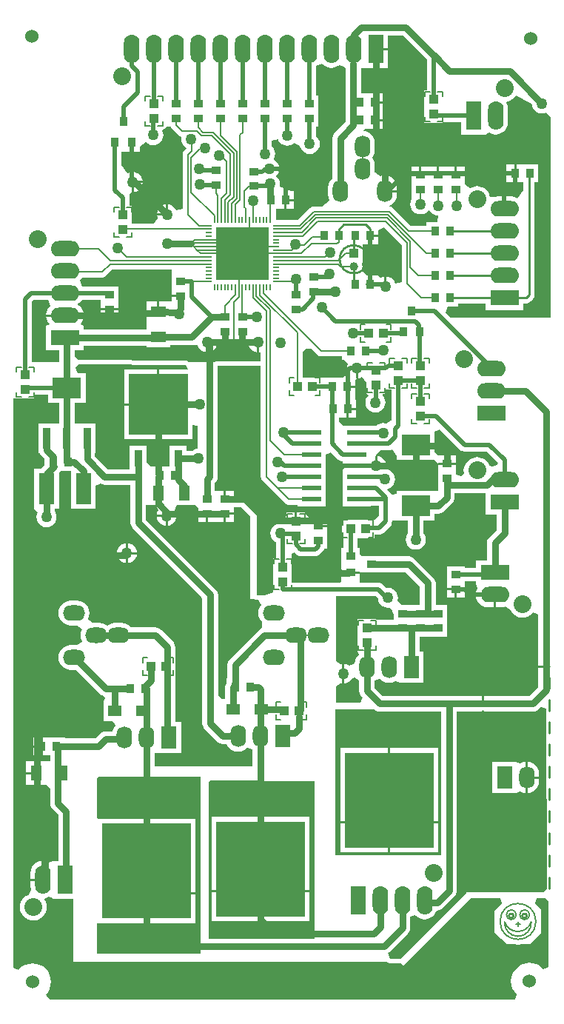
<source format=gtl>
%FSLAX24Y24*%
%MOIN*%
G70*
G01*
G75*
G04 Layer_Physical_Order=1*
G04 Layer_Color=255*
%ADD10C,0.0060*%
%ADD11C,0.0100*%
%ADD12R,0.0374X0.0394*%
%ADD13R,0.0394X0.0374*%
%ADD14R,0.0870X0.0240*%
%ADD15R,0.2677X0.2717*%
%ADD16R,0.0374X0.0748*%
%ADD17R,0.0374X0.0945*%
%ADD18R,0.1299X0.0945*%
%ADD19R,0.0430X0.0390*%
%ADD20R,0.0492X0.0669*%
%ADD21R,0.0709X0.1417*%
%ADD22R,0.0620X0.0500*%
%ADD23R,0.0390X0.0430*%
%ADD24R,0.0354X0.0433*%
%ADD25R,0.1299X0.0945*%
%ADD26R,0.0433X0.0354*%
%ADD27R,0.0787X0.0787*%
%ADD28R,0.0787X0.0787*%
%ADD29O,0.0079X0.0295*%
%ADD30O,0.0295X0.0079*%
%ADD31R,0.0669X0.0492*%
%ADD32C,0.0080*%
%ADD33C,0.0200*%
%ADD34C,0.0300*%
%ADD35C,0.0050*%
%ADD36C,0.0039*%
%ADD37C,0.0600*%
%ADD38O,0.1000X0.0700*%
%ADD39R,0.4000X0.4300*%
%ADD40O,0.0700X0.1000*%
%ADD41R,0.0700X0.1000*%
%ADD42O,0.0700X0.1000*%
%ADD43R,0.0700X0.1000*%
%ADD44R,0.0700X0.1300*%
%ADD45O,0.0700X0.1300*%
%ADD46C,0.0800*%
%ADD47O,0.1300X0.0700*%
%ADD48R,0.1300X0.0700*%
%ADD49R,0.0394X0.0394*%
%ADD50C,0.0394*%
%ADD51C,0.0500*%
%ADD52C,0.0260*%
G36*
X-21160Y23459D02*
X-20663D01*
Y22521D01*
X-20697Y22521D01*
D01*
X-20829D01*
Y22521D01*
X-21603D01*
Y21176D01*
X-21532D01*
X-21521Y21149D01*
X-21465Y21076D01*
X-21312Y20923D01*
Y20667D01*
X-21476Y20503D01*
X-21480Y20499D01*
X-21781D01*
Y18681D01*
X-21781D01*
X-21623Y18537D01*
Y18537D01*
D01*
X-21668Y18427D01*
X-21684Y18310D01*
X-21668Y18193D01*
X-21623Y18083D01*
X-21551Y17989D01*
X-21457Y17917D01*
X-21347Y17872D01*
X-21230Y17856D01*
X-21113Y17872D01*
X-21003Y17917D01*
X-20909Y17989D01*
X-20837Y18083D01*
X-20792Y18193D01*
X-20776Y18310D01*
X-20792Y18427D01*
X-20837Y18537D01*
X-20874Y18585D01*
Y18681D01*
X-20672D01*
Y20308D01*
X-20650Y20330D01*
X-20602Y20393D01*
X-20128D01*
Y18681D01*
X-19019D01*
Y19710D01*
X-18795Y19821D01*
X-18787Y19814D01*
X-18701Y19779D01*
X-18610Y19767D01*
X-17453D01*
Y18060D01*
X-17441Y17969D01*
X-17406Y17883D01*
X-17350Y17810D01*
X-14213Y14674D01*
Y9020D01*
X-14201Y8929D01*
X-14166Y8843D01*
X-14110Y8770D01*
X-13550Y8210D01*
X-13477Y8154D01*
X-13391Y8119D01*
X-13300Y8107D01*
X-13300Y8107D01*
X-13111D01*
X-13080Y8033D01*
X-12992Y7918D01*
X-12877Y7830D01*
X-12744Y7774D01*
X-12600Y7755D01*
X-12456Y7774D01*
X-12323Y7830D01*
X-12208Y7918D01*
X-12190Y7941D01*
X-11953Y7861D01*
Y7100D01*
X-16367D01*
Y7690D01*
X-16270D01*
Y7690D01*
X-15170D01*
Y9090D01*
X-15437D01*
Y12470D01*
X-15449Y12561D01*
X-15484Y12647D01*
X-15540Y12720D01*
X-16060Y13240D01*
X-16133Y13296D01*
X-16219Y13331D01*
X-16310Y13343D01*
X-17428D01*
X-17458Y13382D01*
X-17573Y13470D01*
X-17706Y13526D01*
X-17850Y13545D01*
X-18150D01*
X-18294Y13526D01*
X-18427Y13470D01*
X-18500Y13415D01*
X-18573Y13470D01*
X-18706Y13526D01*
X-18850Y13545D01*
X-19150D01*
X-19151Y13545D01*
X-19304Y13662D01*
X-19360Y13735D01*
X-19314Y13846D01*
X-19295Y13990D01*
X-19314Y14134D01*
X-19370Y14267D01*
X-19458Y14382D01*
X-19573Y14470D01*
X-19706Y14526D01*
X-19850Y14545D01*
X-20150D01*
X-20294Y14526D01*
X-20427Y14470D01*
X-20542Y14382D01*
X-20630Y14267D01*
X-20686Y14134D01*
X-20705Y13990D01*
X-20686Y13846D01*
X-20630Y13713D01*
X-20542Y13598D01*
X-20427Y13510D01*
X-20294Y13454D01*
X-20150Y13435D01*
X-19850D01*
X-19849Y13435D01*
X-19696Y13318D01*
X-19640Y13245D01*
X-19686Y13134D01*
X-19705Y12990D01*
X-19686Y12846D01*
X-19640Y12735D01*
X-19696Y12662D01*
X-19849Y12545D01*
X-19850Y12545D01*
X-20150D01*
X-20294Y12526D01*
X-20427Y12470D01*
X-20542Y12382D01*
X-20630Y12267D01*
X-20686Y12134D01*
X-20705Y11990D01*
X-20686Y11846D01*
X-20630Y11713D01*
X-20542Y11598D01*
X-20427Y11510D01*
X-20294Y11454D01*
X-20150Y11435D01*
X-19905D01*
X-18810Y10340D01*
X-18737Y10284D01*
X-18737D01*
X-18651Y10249D01*
D01*
X-18602Y10155D01*
X-18660Y10040D01*
X-18660D01*
Y9140D01*
X-18272D01*
X-18170Y9008D01*
X-18125Y8916D01*
X-18200Y8817D01*
X-18256Y8684D01*
X-18259Y8663D01*
X-18560D01*
X-18651Y8651D01*
X-18737Y8616D01*
X-18810Y8560D01*
X-19026Y8343D01*
X-20408D01*
Y8387D01*
X-21395D01*
Y7990D01*
Y7593D01*
X-21073D01*
Y7325D01*
X-21255D01*
Y7325D01*
X-21651D01*
Y6790D01*
Y6255D01*
X-21255D01*
Y6255D01*
X-21250D01*
X-21073Y6079D01*
Y5440D01*
X-21061Y5349D01*
X-21026Y5263D01*
X-20970Y5190D01*
X-20703Y4924D01*
Y2840D01*
X-20950Y2840D01*
Y2840D01*
X-20950D01*
X-20958Y2818D01*
X-21123Y2770D01*
X-21256Y2826D01*
X-21350Y2838D01*
Y1990D01*
X-21400D01*
Y1940D01*
X-21955D01*
Y1690D01*
X-21936Y1546D01*
X-21932Y1537D01*
X-22039Y1311D01*
X-22051Y1307D01*
X-22155Y1251D01*
X-22246Y1176D01*
X-22321Y1085D01*
X-22377Y981D01*
X-22411Y868D01*
X-22423Y750D01*
X-22411Y632D01*
X-22377Y519D01*
X-22321Y415D01*
X-22246Y324D01*
X-22155Y249D01*
X-22051Y193D01*
X-21938Y159D01*
X-21820Y147D01*
X-21702Y159D01*
X-21589Y193D01*
X-21485Y249D01*
X-21394Y324D01*
X-21319Y415D01*
X-21263Y519D01*
X-21229Y632D01*
X-21217Y750D01*
X-21229Y868D01*
X-21263Y981D01*
X-21319Y1085D01*
X-21293Y1149D01*
X-21256Y1154D01*
X-21123Y1210D01*
X-20958Y1162D01*
X-20950Y1140D01*
Y1140D01*
X-20020D01*
Y-1710D01*
X-5902D01*
X-5844Y-1748D01*
X-5766Y-1764D01*
X-5260D01*
X-5257Y-1763D01*
X-5150Y-1870D01*
X-2120Y1160D01*
X-807D01*
X-711Y929D01*
X-1050Y590D01*
Y-410D01*
X-500Y-910D01*
X-194D01*
X-163Y-917D01*
X0Y-930D01*
X163Y-917D01*
X194Y-910D01*
X550D01*
X1050Y-410D01*
Y640D01*
X761Y929D01*
X857Y1160D01*
X1240D01*
X1370Y1030D01*
Y-1944D01*
X1135Y-2028D01*
X1106Y-1994D01*
X981Y-1891D01*
X837Y-1814D01*
X682Y-1767D01*
X520Y-1751D01*
X358Y-1767D01*
X203Y-1814D01*
X59Y-1891D01*
X-66Y-1994D01*
X-169Y-2119D01*
X-246Y-2263D01*
X-293Y-2418D01*
X-309Y-2580D01*
X-293Y-2742D01*
X-246Y-2897D01*
X-169Y-3041D01*
X-66Y-3166D01*
X-56Y-3175D01*
X-140Y-3410D01*
X-21098D01*
X-21237Y-3242D01*
X-21264Y-3184D01*
X-21171Y-3071D01*
X-21094Y-2927D01*
X-21047Y-2772D01*
X-21031Y-2610D01*
X-21047Y-2448D01*
X-21094Y-2293D01*
X-21171Y-2149D01*
X-21274Y-2024D01*
X-21399Y-1921D01*
X-21543Y-1844D01*
X-21698Y-1797D01*
X-21860Y-1781D01*
X-22022Y-1797D01*
X-22177Y-1844D01*
X-22321Y-1921D01*
X-22446Y-2024D01*
X-22485Y-2071D01*
X-22720Y-1986D01*
Y23655D01*
X-22615D01*
Y23655D01*
X-21785D01*
Y23829D01*
X-21160D01*
Y23459D01*
D02*
G37*
G36*
X-14959Y25161D02*
X-14872Y24948D01*
X-16150D01*
Y23390D01*
Y21832D01*
X-14661D01*
Y22459D01*
X-14655Y22474D01*
X-14410Y22425D01*
Y21400D01*
X-14497Y21388D01*
X-14607Y21343D01*
X-14659Y21303D01*
X-14915D01*
Y21523D01*
X-15689D01*
Y20587D01*
X-16075D01*
Y20190D01*
X-16175D01*
Y20587D01*
X-16512D01*
Y20587D01*
X-16534D01*
X-16711Y20764D01*
Y21523D01*
X-17485D01*
Y20473D01*
X-18464D01*
X-19051Y21061D01*
Y21176D01*
X-19017D01*
Y22521D01*
X-19791D01*
D01*
D01*
X-19791Y22521D01*
X-19923D01*
D01*
X-19957Y22521D01*
Y23459D01*
X-19460D01*
Y24804D01*
X-19835D01*
X-19931Y25035D01*
X-19780Y25185D01*
X-14959Y25161D01*
D02*
G37*
G36*
X-2614Y21356D02*
X-2614Y21356D01*
X-2578Y21329D01*
X-2551Y21308D01*
X-2478Y21278D01*
X-2400Y21267D01*
X-1405D01*
X-908Y20770D01*
X-940Y20675D01*
X-1170Y20577D01*
X-1279Y20629D01*
X-1283Y20641D01*
X-1339Y20745D01*
X-1414Y20836D01*
X-1505Y20911D01*
X-1609Y20967D01*
X-1722Y21001D01*
X-1840Y21013D01*
X-1958Y21001D01*
X-2071Y20967D01*
X-2175Y20911D01*
X-2266Y20836D01*
X-2341Y20745D01*
X-2397Y20641D01*
X-2431Y20528D01*
X-2443Y20410D01*
X-2432Y20298D01*
X-2570Y20146D01*
X-2803Y20236D01*
Y20328D01*
Y20665D01*
X-3597D01*
Y20328D01*
Y19678D01*
X-3597D01*
Y19494D01*
X-3750D01*
Y19494D01*
X-5450D01*
Y19368D01*
X-5695Y19320D01*
X-5708Y19351D01*
X-5756Y19414D01*
X-5885Y19543D01*
X-5873Y19582D01*
X-5763Y19627D01*
X-5669Y19699D01*
X-5597Y19793D01*
X-5552Y19903D01*
X-5536Y20020D01*
X-5552Y20137D01*
X-5597Y20247D01*
X-5669Y20341D01*
X-5763Y20413D01*
X-5873Y20458D01*
X-5920Y20465D01*
X-5942Y20503D01*
X-5933Y20570D01*
X-6380D01*
Y20620D01*
X-6430D01*
Y21067D01*
X-6380Y21074D01*
X-6380D01*
Y21141D01*
X-6203Y21317D01*
X-5820D01*
X-5742Y21328D01*
X-5690Y21349D01*
X-5669Y21358D01*
X-5450Y21072D01*
Y20886D01*
X-4650D01*
Y21558D01*
X-4600D01*
Y21608D01*
X-3750D01*
Y22166D01*
X-3519Y22262D01*
X-2614Y21356D01*
D02*
G37*
G36*
X-9308Y25892D02*
X-9033Y25617D01*
X-8954Y25564D01*
X-8938Y25561D01*
X-8860Y25545D01*
X-7912D01*
Y25393D01*
X-7847D01*
X-7758Y25325D01*
X-7664Y25185D01*
X-7688Y25127D01*
X-7697Y25060D01*
X-7250D01*
Y25010D01*
X-7200D01*
Y24563D01*
X-7133Y24572D01*
X-7023Y24617D01*
X-6815Y24346D01*
Y23865D01*
X-6815D01*
X-6741Y23791D01*
X-6813Y23697D01*
X-6858Y23587D01*
X-6874Y23470D01*
X-6858Y23353D01*
X-6813Y23243D01*
X-6741Y23149D01*
X-6647Y23077D01*
X-6537Y23032D01*
X-6420Y23016D01*
X-6303Y23032D01*
X-6193Y23077D01*
X-6099Y23149D01*
X-6027Y23243D01*
X-5982Y23353D01*
X-5966Y23470D01*
X-5982Y23587D01*
X-6027Y23697D01*
X-6097Y23789D01*
Y23865D01*
X-5985D01*
Y24065D01*
X-5815D01*
Y24065D01*
X-5703Y24065D01*
Y22676D01*
X-5728Y22643D01*
X-5910Y22521D01*
X-5953Y22538D01*
X-6070Y22554D01*
X-6187Y22538D01*
X-6297Y22493D01*
X-6389Y22423D01*
X-6615D01*
Y22440D01*
X-7885D01*
Y22440D01*
X-7893D01*
X-8069Y22617D01*
Y22793D01*
X-7725D01*
Y23190D01*
X-7675D01*
Y23240D01*
X-7288D01*
Y23587D01*
X-7318D01*
Y23793D01*
X-7318D01*
Y24140D01*
X-7705D01*
Y24240D01*
X-7318D01*
Y24496D01*
X-7250Y24556D01*
X-7300Y24563D01*
Y24960D01*
X-7697D01*
X-7688Y24893D01*
X-7648Y24795D01*
X-7669Y24763D01*
X-7899Y24587D01*
X-8742D01*
Y24587D01*
X-8847D01*
X-8865Y24605D01*
Y24605D01*
X-9695D01*
Y25755D01*
X-9558Y25892D01*
X-9308D01*
D02*
G37*
G36*
X-5235Y30569D02*
Y28894D01*
X-5529Y28835D01*
X-5567Y28927D01*
X-5639Y29021D01*
X-5733Y29093D01*
X-5843Y29138D01*
X-5910Y29147D01*
Y28700D01*
X-6010D01*
Y29147D01*
X-6077Y29138D01*
X-6187Y29093D01*
D01*
X-6187D01*
X-6288Y29187D01*
Y29187D01*
X-6625D01*
Y28790D01*
X-6725D01*
Y29187D01*
X-6776D01*
X-6971Y29336D01*
X-7038Y29436D01*
X-7013Y29496D01*
X-7000Y29599D01*
X-7013Y29703D01*
X-7032Y29749D01*
X-7003Y29793D01*
X-7003D01*
Y30587D01*
D01*
Y30587D01*
X-6997Y30593D01*
X-6725D01*
Y30990D01*
X-6675D01*
Y31040D01*
X-6288D01*
Y31230D01*
X-6011Y31345D01*
X-5235Y30569D01*
D02*
G37*
G36*
X-15597Y29302D02*
X-15597D01*
Y28528D01*
Y28315D01*
X-15200D01*
Y28215D01*
X-15597D01*
Y28017D01*
X-15665D01*
D01*
D01*
X-15665D01*
Y28017D01*
X-16150D01*
Y27571D01*
X-16200D01*
Y27521D01*
X-16735D01*
Y27125D01*
X-16735Y27125D01*
X-16735Y26855D01*
D01*
X-16735Y26743D01*
X-19550D01*
X-19550Y26940D01*
X-19550D01*
Y26940D01*
X-19708Y26998D01*
X-19708Y26998D01*
X-19620Y27113D01*
X-19564Y27246D01*
X-19552Y27340D01*
X-21248D01*
X-21236Y27246D01*
X-21180Y27113D01*
X-21092Y26998D01*
Y26998D01*
X-21250Y26940D01*
X-21250D01*
Y25840D01*
X-20663D01*
Y25280D01*
X-21897D01*
Y28005D01*
X-21815Y28087D01*
X-21161D01*
X-21067Y27810D01*
X-21092Y27782D01*
X-21092Y27782D01*
X-21092D01*
X-21180Y27667D01*
X-21236Y27534D01*
X-21248Y27440D01*
X-19552D01*
X-19564Y27534D01*
X-19620Y27667D01*
X-19708Y27782D01*
X-19823Y27870D01*
Y27910D01*
X-19708Y27998D01*
X-19639Y28087D01*
X-18797D01*
Y27928D01*
Y27715D01*
X-18003D01*
Y27928D01*
Y28702D01*
X-18797D01*
Y28693D01*
X-19639D01*
X-19735Y28977D01*
X-19708Y28998D01*
X-19625Y29105D01*
X-18720D01*
X-18642Y29121D01*
X-18626Y29124D01*
X-18547Y29177D01*
X-18264Y29460D01*
X-15597D01*
Y29302D01*
D02*
G37*
G36*
X-12350Y26278D02*
X-12240D01*
X-12154Y26180D01*
X-12147Y26230D01*
X-11700D01*
Y26180D01*
X-11650D01*
Y25733D01*
X-11699Y25726D01*
X-11580Y25740D01*
Y25334D01*
X-13527D01*
X-13605Y25318D01*
X-13662Y25280D01*
X-14798D01*
X-14815Y25305D01*
X-14815Y25305D01*
X-14815Y25305D01*
X-14848Y25327D01*
X-14880Y25349D01*
X-14881Y25350D01*
X-14881Y25350D01*
X-14920Y25358D01*
X-14958Y25365D01*
X-14959Y25365D01*
X-14959Y25365D01*
X-14959D01*
X-19779Y25389D01*
D01*
X-19779Y25389D01*
D01*
X-19957Y25526D01*
Y25840D01*
X-19550D01*
Y26037D01*
X-16735D01*
Y25963D01*
X-15665D01*
Y26056D01*
X-14701D01*
X-14609Y26068D01*
X-14609Y26068D01*
X-14609Y26068D01*
X-14438Y26063D01*
Y26063D01*
X-14438Y26063D01*
X-14393Y25953D01*
X-14321Y25859D01*
X-14227Y25787D01*
X-14117Y25742D01*
X-14050Y25733D01*
Y26180D01*
X-14000D01*
Y26230D01*
X-13553D01*
X-13546Y26180D01*
X-13460Y26278D01*
X-13250D01*
Y26665D01*
X-13150D01*
Y26278D01*
X-12803D01*
Y26278D01*
X-12803D01*
X-12803Y26278D01*
X-12797D01*
Y26278D01*
X-12450D01*
Y26665D01*
X-12350D01*
Y26278D01*
D02*
G37*
G36*
X-14573Y18855D02*
X-14524D01*
X-14397Y18728D01*
Y18515D01*
X-14000D01*
Y18465D01*
X-13950D01*
Y18078D01*
X-13603D01*
Y18078D01*
X-13603D01*
X-13603Y18078D01*
X-13597D01*
Y18078D01*
X-13250D01*
Y18465D01*
X-13200D01*
Y18515D01*
X-12803D01*
Y18728D01*
Y18762D01*
X-12451D01*
X-12050Y18361D01*
Y14610D01*
X-11856D01*
X-11828Y14592D01*
X-11750Y14576D01*
X-11691D01*
X-11650Y14522D01*
X-11566Y14352D01*
X-11630Y14267D01*
X-11686Y14134D01*
X-11705Y13990D01*
X-11686Y13846D01*
X-11630Y13713D01*
X-11542Y13598D01*
X-11536Y13593D01*
X-11516Y13445D01*
X-11533Y13318D01*
X-11587Y13296D01*
X-11660Y13240D01*
X-12974Y11925D01*
X-13031Y11852D01*
X-13066Y11767D01*
X-13078Y11675D01*
Y11057D01*
X-13112D01*
Y10868D01*
X-13136Y10837D01*
X-13171Y10751D01*
X-13183Y10660D01*
Y10110D01*
X-13340Y10110D01*
D01*
X-13507Y10277D01*
Y14820D01*
X-13519Y14911D01*
X-13554Y14997D01*
X-13610Y15070D01*
X-16747Y18206D01*
Y18855D01*
X-16627D01*
Y18855D01*
X-16297D01*
X-16187Y18631D01*
X-16213Y18597D01*
X-16258Y18487D01*
X-16267Y18420D01*
X-15373D01*
X-15382Y18487D01*
X-15427Y18597D01*
X-15453Y18631D01*
X-15343Y18855D01*
X-14573D01*
Y18855D01*
D02*
G37*
G36*
X1262Y9677D02*
X1309Y1597D01*
X1133Y1420D01*
X-2310D01*
Y1390D01*
X-5260Y-1560D01*
X-5766D01*
X-5841Y-1380D01*
X-5860Y-1323D01*
X-5790Y-1270D01*
X-4950Y-430D01*
X-4894Y-357D01*
X-4859Y-271D01*
X-4847Y-180D01*
Y311D01*
X-4616Y389D01*
X-4592Y368D01*
X-4592Y368D01*
Y368D01*
X-4477Y280D01*
X-4344Y224D01*
X-4200Y205D01*
X-4056Y224D01*
X-3923Y280D01*
X-3808Y368D01*
X-3720Y483D01*
X-3668Y607D01*
X-3640D01*
X-3549Y619D01*
X-3463Y654D01*
X-3390Y710D01*
X-2850Y1250D01*
X-2794Y1323D01*
X-2759Y1409D01*
X-2747Y1500D01*
Y9557D01*
X670D01*
X761Y9569D01*
X847Y9604D01*
X920Y9660D01*
X1031Y9772D01*
X1262Y9677D01*
D02*
G37*
G36*
X-14290Y6620D02*
Y-1330D01*
X-18970D01*
Y40D01*
X-18970D01*
X-18920D01*
X-18899Y40D01*
X-18899Y40D01*
Y40D01*
X-16770D01*
Y1390D01*
Y4740D01*
X-18899D01*
Y4740D01*
X-18899Y4740D01*
X-18920Y4740D01*
X-18970Y4790D01*
Y6559D01*
X-18899Y6630D01*
X-14290Y6620D01*
D02*
G37*
G36*
X-9200Y6440D02*
X-9170Y6410D01*
Y-667D01*
X-13903D01*
X-13920Y-650D01*
Y6389D01*
X-13849Y6460D01*
X-9200Y6440D01*
D02*
G37*
G36*
X-6480Y9660D02*
X-6407Y9604D01*
X-6321Y9569D01*
X-6230Y9557D01*
X-3453D01*
Y3080D01*
X-8220D01*
Y9670D01*
X-6489D01*
X-6480Y9660D01*
D02*
G37*
G36*
X-11580Y20135D02*
X-11564Y20057D01*
X-11561Y20041D01*
X-11508Y19962D01*
X-10983Y19437D01*
X-10983Y19437D01*
X-10493Y18947D01*
X-10414Y18894D01*
X-10320Y18875D01*
X-9915D01*
Y18800D01*
X-8645D01*
Y19300D01*
Y19800D01*
Y20300D01*
Y20800D01*
Y21130D01*
X-8414Y21226D01*
X-8094Y20906D01*
X-8094Y20906D01*
X-8031Y20858D01*
X-7958Y20828D01*
X-7885Y20818D01*
Y20800D01*
Y20670D01*
X-7250D01*
Y20570D01*
X-7885D01*
Y20300D01*
Y19800D01*
Y19300D01*
Y18800D01*
X-6615D01*
Y18817D01*
X-6273D01*
Y18382D01*
X-6449Y18205D01*
X-6475D01*
Y18205D01*
X-7935D01*
Y17375D01*
X-7843D01*
Y16941D01*
X-7946D01*
Y16187D01*
Y15866D01*
X-7113D01*
Y15813D01*
X-7017D01*
Y15813D01*
X-6183D01*
Y15837D01*
X-5046D01*
X-4413Y15204D01*
Y14352D01*
X-4797D01*
D01*
D01*
X-4797Y14352D01*
X-4803D01*
Y14352D01*
X-5274D01*
X-5413Y14560D01*
X-5412Y14563D01*
X-5396Y14680D01*
X-5412Y14797D01*
X-5457Y14907D01*
X-5529Y15001D01*
X-5623Y15073D01*
X-5733Y15118D01*
X-5850Y15134D01*
X-5917Y15125D01*
X-6066Y15274D01*
X-6129Y15322D01*
X-6150Y15331D01*
X-6202Y15352D01*
X-6280Y15363D01*
X-7113D01*
Y15439D01*
X-7113D01*
Y15766D01*
X-7946D01*
Y15439D01*
D01*
Y15439D01*
X-8022Y15363D01*
X-10185D01*
Y15675D01*
Y16465D01*
X-10185D01*
Y16669D01*
X-10066Y16719D01*
X-9994Y16646D01*
X-9931Y16598D01*
X-9858Y16568D01*
X-9858Y16568D01*
X-9858Y16568D01*
D01*
X-9858Y16568D01*
X-9858Y16568D01*
X-9780Y16557D01*
X-9140D01*
X-9062Y16568D01*
X-9010Y16589D01*
X-8989Y16598D01*
X-8926Y16646D01*
X-8786Y16786D01*
X-8738Y16849D01*
X-8729Y16870D01*
X-8726Y16878D01*
X-8603D01*
Y17528D01*
Y17865D01*
X-9000D01*
Y17915D01*
X-9050D01*
Y18302D01*
X-9397D01*
Y18302D01*
X-9408D01*
X-9585Y18479D01*
Y18525D01*
X-9950D01*
Y18130D01*
X-10050D01*
Y18525D01*
X-10415D01*
Y18399D01*
X-10553Y18067D01*
X-10603Y18022D01*
X-10690Y18034D01*
X-10807Y18018D01*
X-10917Y17973D01*
X-11011Y17901D01*
X-11083Y17807D01*
X-11128Y17697D01*
X-11144Y17580D01*
X-11128Y17463D01*
X-11083Y17353D01*
X-11011Y17259D01*
X-10917Y17187D01*
X-10903Y17181D01*
Y16465D01*
X-11015D01*
Y15675D01*
Y15005D01*
X-11015D01*
Y14931D01*
X-11379Y14780D01*
X-11750D01*
Y18370D01*
X-11790Y18410D01*
X-12495Y19115D01*
X-12803D01*
Y19065D01*
X-13200D01*
Y19115D01*
X-13250D01*
Y19502D01*
X-13597D01*
D01*
D01*
X-13597Y19502D01*
X-13603D01*
D01*
X-13647Y19502D01*
Y19864D01*
X-13630Y19880D01*
X-13574Y19953D01*
X-13539Y20039D01*
X-13527Y20130D01*
Y25130D01*
X-11580D01*
Y20135D01*
D02*
G37*
G36*
X-1450Y18440D02*
X-953D01*
Y17736D01*
X-1290Y17400D01*
X-1346Y17327D01*
X-1381Y17241D01*
X-1393Y17150D01*
Y16360D01*
X-1890D01*
Y16017D01*
X-2403D01*
Y16102D01*
X-3197D01*
Y15328D01*
Y15115D01*
X-2403D01*
Y15328D01*
Y15412D01*
X-1890D01*
X-1890Y15260D01*
X-1890D01*
Y15260D01*
X-1868Y15252D01*
X-1820Y15087D01*
X-1876Y14954D01*
X-1888Y14860D01*
X-1040D01*
Y14810D01*
X-990D01*
Y14255D01*
X-740D01*
X-596Y14274D01*
X-587Y14278D01*
X-361Y14171D01*
X-357Y14159D01*
X-301Y14055D01*
X-226Y13964D01*
X-135Y13889D01*
X-31Y13833D01*
X82Y13799D01*
X200Y13787D01*
X318Y13799D01*
X431Y13833D01*
X535Y13889D01*
X626Y13964D01*
X682Y14031D01*
X877Y13961D01*
X917Y13940D01*
Y10656D01*
X524Y10263D01*
X-6084D01*
X-6447Y10626D01*
Y10961D01*
X-6216Y11039D01*
X-6192Y11018D01*
X-6192Y11018D01*
Y11018D01*
X-6077Y10930D01*
X-5944Y10874D01*
X-5800Y10855D01*
X-5656Y10874D01*
X-5523Y10930D01*
X-5358Y10882D01*
X-5350Y10860D01*
Y10860D01*
X-4250D01*
Y12260D01*
X-4437D01*
Y12928D01*
X-4003D01*
Y12928D01*
X-4003D01*
X-4003Y12928D01*
X-3997D01*
Y12928D01*
X-3203D01*
Y13578D01*
Y14352D01*
X-3707D01*
Y15350D01*
X-3719Y15441D01*
X-3754Y15527D01*
X-3810Y15600D01*
X-4650Y16440D01*
X-4723Y16496D01*
X-4809Y16531D01*
X-4900Y16543D01*
X-6183D01*
Y16567D01*
X-7017D01*
D01*
X-7017D01*
X-7113Y16663D01*
Y16941D01*
X-7237D01*
Y17375D01*
X-6475D01*
Y17517D01*
X-6270D01*
X-6192Y17528D01*
X-6140Y17549D01*
X-6119Y17558D01*
X-6056Y17606D01*
X-5756Y17906D01*
X-5708Y17969D01*
X-5699Y17990D01*
X-5678Y18042D01*
X-5667Y18120D01*
Y18149D01*
X-5450D01*
Y18149D01*
X-4953D01*
Y17579D01*
X-4993Y17527D01*
X-5038Y17417D01*
X-5054Y17300D01*
X-5038Y17183D01*
X-4993Y17073D01*
X-4921Y16979D01*
X-4827Y16907D01*
X-4717Y16862D01*
X-4600Y16846D01*
X-4483Y16862D01*
X-4373Y16907D01*
X-4279Y16979D01*
X-4207Y17073D01*
X-4162Y17183D01*
X-4146Y17300D01*
X-4162Y17417D01*
X-4207Y17527D01*
X-4247Y17579D01*
Y18149D01*
X-3750D01*
Y18469D01*
X-3578D01*
X-3487Y18481D01*
X-3402Y18516D01*
X-3328Y18572D01*
X-2950Y18950D01*
X-2894Y19023D01*
X-2859Y19109D01*
X-2847Y19200D01*
Y19407D01*
X-1450D01*
Y18440D01*
D02*
G37*
G36*
X-6300Y14652D02*
X-6288Y14563D01*
X-6243Y14453D01*
X-6171Y14359D01*
X-6077Y14287D01*
X-5967Y14242D01*
X-5850Y14226D01*
X-5785Y14235D01*
X-5698Y14159D01*
X-5597Y13914D01*
Y13702D01*
Y13683D01*
X-6385D01*
Y13725D01*
X-7215D01*
Y12935D01*
Y12265D01*
X-7215D01*
X-7153Y12132D01*
X-7192Y12102D01*
X-7280Y11987D01*
X-7336Y11854D01*
X-7353Y11721D01*
X-7584Y11626D01*
X-7633Y11663D01*
X-7743Y11708D01*
X-7810Y11717D01*
Y11270D01*
Y10823D01*
X-7743Y10832D01*
X-7633Y10877D01*
X-7539Y10949D01*
X-7467Y11043D01*
X-7365Y11092D01*
X-7153Y10959D01*
Y10480D01*
X-7141Y10389D01*
X-7106Y10303D01*
X-7050Y10230D01*
X-7000Y10181D01*
X-7096Y9950D01*
X-8200D01*
Y10699D01*
X-7992Y10838D01*
X-7977Y10832D01*
X-7910Y10823D01*
Y11270D01*
Y11717D01*
X-7977Y11708D01*
X-7992Y11702D01*
X-8200Y11841D01*
Y14740D01*
X-8200Y14740D01*
X-8200Y14740D01*
X-8193Y14757D01*
X-6405D01*
X-6300Y14652D01*
D02*
G37*
G36*
X-15629Y35872D02*
X-15626Y35856D01*
X-15573Y35777D01*
X-15303Y35507D01*
X-15224Y35454D01*
X-15150Y35439D01*
X-15164Y35330D01*
X-15148Y35213D01*
X-15103Y35103D01*
X-15031Y35009D01*
X-15031Y35009D01*
X-15031D01*
X-14935Y34901D01*
X-15023Y34813D01*
X-15076Y34734D01*
X-15079Y34718D01*
X-15095Y34640D01*
Y32182D01*
X-15389Y32124D01*
X-15407Y32167D01*
X-15479Y32261D01*
X-15573Y32333D01*
X-15683Y32378D01*
X-15750Y32387D01*
Y31940D01*
X-15800D01*
Y31890D01*
X-16247D01*
X-16238Y31823D01*
X-16218Y31774D01*
X-16328Y31609D01*
X-16439Y31524D01*
X-17385D01*
Y31535D01*
Y32325D01*
X-17497D01*
Y32680D01*
X-17508Y32758D01*
X-17485Y32872D01*
X-17383Y32950D01*
X-17400Y32953D01*
Y33400D01*
Y33847D01*
X-17467Y33838D01*
X-17577Y33793D01*
X-17845Y34143D01*
Y34773D01*
X-17450D01*
Y35190D01*
X-17350D01*
Y34773D01*
X-17023D01*
Y34981D01*
X-16750Y35190D01*
X-16656Y35118D01*
X-16547Y35072D01*
X-16429Y35057D01*
X-16312Y35072D01*
X-16202Y35118D01*
X-16108Y35190D01*
X-16036Y35284D01*
X-15991Y35393D01*
X-15975Y35511D01*
X-15991Y35628D01*
X-16036Y35738D01*
X-15797Y35878D01*
D01*
D01*
X-15797Y35878D01*
X-15630D01*
X-15629Y35872D01*
D02*
G37*
G36*
X-4103Y38913D02*
Y37525D01*
X-4215D01*
Y36735D01*
Y36065D01*
X-3385D01*
Y36087D01*
X-2550D01*
Y35540D01*
X-1450D01*
Y35540D01*
X-1442Y35562D01*
X-1277Y35610D01*
X-1144Y35554D01*
X-1000Y35535D01*
X-856Y35554D01*
X-723Y35610D01*
X-608Y35698D01*
X-520Y35813D01*
X-464Y35946D01*
X-445Y36090D01*
Y36690D01*
X-464Y36834D01*
X-520Y36967D01*
X-490Y37036D01*
X-462Y37039D01*
X-349Y37073D01*
X-245Y37129D01*
X-154Y37204D01*
X-79Y37295D01*
D01*
D01*
D01*
X597Y36934D01*
X630Y36901D01*
X642Y36813D01*
X687Y36703D01*
X759Y36609D01*
X853Y36537D01*
X963Y36492D01*
X1080Y36476D01*
X1197Y36492D01*
X1241Y36509D01*
X1420Y36389D01*
X1490Y36298D01*
Y27280D01*
X-3032D01*
X-3268Y27516D01*
X-3153Y27793D01*
X-2688D01*
Y27935D01*
X-1450D01*
Y27640D01*
X250D01*
Y27935D01*
X380D01*
X478Y27954D01*
X560Y28010D01*
X680Y28130D01*
X735Y28212D01*
X755Y28310D01*
Y33393D01*
X912D01*
Y34187D01*
X-75D01*
Y33790D01*
Y33393D01*
X245D01*
Y33019D01*
X-23Y32670D01*
X-156Y32726D01*
X-300Y32745D01*
X-550D01*
Y32190D01*
X-650D01*
Y32745D01*
X-900D01*
X-1044Y32726D01*
X-1044Y32726D01*
X-1044Y32726D01*
X-1249Y32728D01*
D01*
X-1283Y32841D01*
X-1339Y32945D01*
X-1414Y33036D01*
X-1505Y33111D01*
X-1609Y33167D01*
X-1722Y33201D01*
X-1840Y33213D01*
X-1958Y33201D01*
X-2071Y33167D01*
X-2146Y33127D01*
X-2403Y33281D01*
Y33328D01*
Y33665D01*
X-2800D01*
Y33715D01*
X-2850D01*
Y34102D01*
X-3197D01*
D01*
D01*
X-3197Y34102D01*
X-3203D01*
Y34102D01*
X-3550D01*
Y33715D01*
X-3650D01*
Y34102D01*
X-3997D01*
D01*
D01*
X-3997Y34102D01*
X-4003D01*
Y34102D01*
X-4350D01*
Y33715D01*
X-4400D01*
Y33665D01*
X-4797D01*
Y33328D01*
Y32678D01*
X-4797Y32678D01*
X-4797D01*
X-4776Y32636D01*
X-4783Y32627D01*
X-4828Y32517D01*
X-4844Y32400D01*
X-4828Y32283D01*
X-4783Y32173D01*
X-4711Y32079D01*
X-4617Y32007D01*
X-4507Y31962D01*
X-4390Y31946D01*
X-4273Y31962D01*
X-4163Y32007D01*
X-4069Y32079D01*
X-3983Y32113D01*
Y32113D01*
X-3983Y32113D01*
X-3911Y32019D01*
X-3817Y31947D01*
X-3707Y31902D01*
X-3591Y31886D01*
X-3610Y31587D01*
X-4112D01*
Y31435D01*
X-4815D01*
X-5613Y32233D01*
X-5692Y32286D01*
X-5708Y32289D01*
X-5786Y32305D01*
X-5791Y32331D01*
X-5723Y32360D01*
X-5608Y32448D01*
X-5520Y32563D01*
X-5464Y32696D01*
X-5445Y32840D01*
Y32940D01*
X-6000D01*
Y32990D01*
X-6050D01*
Y33688D01*
X-6144Y33676D01*
X-6208Y33649D01*
X-6430Y33819D01*
X-6445Y33839D01*
X-6445Y33840D01*
Y34140D01*
X-6464Y34284D01*
X-6520Y34417D01*
X-6575Y34490D01*
X-6520Y34563D01*
X-6464Y34696D01*
X-6445Y34840D01*
Y35140D01*
X-6464Y35284D01*
X-6520Y35417D01*
X-6608Y35532D01*
X-6723Y35620D01*
X-6856Y35676D01*
X-7000Y35695D01*
X-6902Y35793D01*
X-6525D01*
Y36190D01*
X-6475D01*
Y36240D01*
X-6088D01*
Y36587D01*
D01*
Y36587D01*
X-6088Y36587D01*
Y36593D01*
X-6088D01*
Y36940D01*
X-6475D01*
Y36990D01*
X-6525D01*
Y37387D01*
X-7067D01*
Y38540D01*
X-6950D01*
Y38540D01*
X-6450D01*
Y39390D01*
X-6400D01*
Y39440D01*
X-5850D01*
Y40007D01*
X-5196D01*
X-4103Y38913D01*
D02*
G37*
G36*
X-8799Y38703D02*
X-8792Y38698D01*
X-8792Y38698D01*
Y38698D01*
X-8792Y38698D01*
X-8792Y38698D01*
X-8677Y38610D01*
X-8544Y38554D01*
X-8400Y38535D01*
X-8256Y38554D01*
X-8123Y38610D01*
X-8042Y38671D01*
X-7850Y38577D01*
X-7773Y38518D01*
Y36190D01*
Y36096D01*
X-8250Y35620D01*
X-8306Y35547D01*
X-8341Y35461D01*
X-8353Y35370D01*
Y33562D01*
X-8392Y33532D01*
X-8480Y33417D01*
X-8536Y33284D01*
X-8555Y33140D01*
Y32840D01*
X-8536Y32696D01*
X-8480Y32563D01*
X-8817Y32305D01*
X-9194D01*
X-9288Y32286D01*
X-9367Y32233D01*
X-9918Y31682D01*
X-10887D01*
X-10890Y31681D01*
X-10890Y31681D01*
X-10908Y31703D01*
X-10908Y31703D01*
X-10908Y31703D01*
Y32193D01*
X-10525D01*
Y32590D01*
X-10475D01*
Y32640D01*
X-10088D01*
Y32987D01*
X-10211D01*
X-10716Y33196D01*
X-10730Y33212D01*
X-10716Y33320D01*
X-10732Y33437D01*
X-10777Y33547D01*
X-10849Y33641D01*
X-10879Y33664D01*
Y33679D01*
X-10807Y33773D01*
X-10762Y33883D01*
X-10753Y33950D01*
X-11200D01*
Y34050D01*
X-10753D01*
X-10762Y34117D01*
X-10807Y34227D01*
X-10879Y34321D01*
X-10973Y34393D01*
X-10988Y34399D01*
X-10997Y34433D01*
X-10952Y34543D01*
X-10936Y34660D01*
X-10952Y34777D01*
X-10997Y34887D01*
X-11069Y34981D01*
X-11097Y35003D01*
Y35253D01*
X-10803Y35312D01*
X-10783Y35263D01*
X-10711Y35169D01*
X-10617Y35097D01*
X-10507Y35052D01*
X-10390Y35036D01*
X-10273Y35052D01*
X-10163Y35097D01*
X-10101Y35145D01*
X-9823Y35030D01*
X-9818Y34993D01*
X-9773Y34883D01*
X-9701Y34789D01*
X-9607Y34717D01*
X-9497Y34672D01*
X-9380Y34656D01*
X-9263Y34672D01*
X-9153Y34717D01*
X-9059Y34789D01*
X-8987Y34883D01*
X-8942Y34993D01*
X-8926Y35110D01*
X-8942Y35227D01*
X-8987Y35337D01*
X-9059Y35431D01*
X-9077Y35445D01*
Y35878D01*
X-9003D01*
Y36528D01*
Y37302D01*
X-9097D01*
Y38629D01*
X-8820Y38723D01*
X-8799Y38703D01*
D02*
G37*
%LPC*%
G36*
X-21495Y7940D02*
X-21832D01*
Y7593D01*
X-21495D01*
Y7940D01*
D02*
G37*
G36*
X-21751Y7325D02*
X-22147D01*
Y6840D01*
X-21751D01*
Y7325D01*
D02*
G37*
G36*
X955Y6540D02*
X450D01*
Y5892D01*
X544Y5904D01*
X677Y5960D01*
X792Y6048D01*
X880Y6163D01*
X936Y6296D01*
X955Y6440D01*
Y6540D01*
D02*
G37*
G36*
X-21751Y6740D02*
X-22147D01*
Y6255D01*
X-21751D01*
Y6740D01*
D02*
G37*
G36*
X450Y7288D02*
Y6640D01*
X955D01*
Y6740D01*
X936Y6884D01*
X880Y7017D01*
X792Y7132D01*
X677Y7220D01*
X544Y7276D01*
X450Y7288D01*
D02*
G37*
G36*
X-21495Y8387D02*
X-21832D01*
Y8040D01*
X-21495D01*
Y8387D01*
D02*
G37*
G36*
X-2403Y15015D02*
X-2750D01*
Y14678D01*
X-2403D01*
Y15015D01*
D02*
G37*
G36*
X-17660Y16640D02*
X-18057D01*
X-18048Y16573D01*
X-18003Y16463D01*
X-17931Y16369D01*
X-17837Y16297D01*
X-17727Y16252D01*
X-17660Y16243D01*
Y16640D01*
D02*
G37*
G36*
X-17163D02*
X-17560D01*
Y16243D01*
X-17493Y16252D01*
X-17383Y16297D01*
X-17289Y16369D01*
X-17217Y16463D01*
X-17172Y16573D01*
X-17163Y16640D01*
D02*
G37*
G36*
X-6088Y36140D02*
X-6425D01*
Y35793D01*
X-6088D01*
Y36140D01*
D02*
G37*
G36*
X-1090Y14760D02*
X-1888D01*
X-1876Y14666D01*
X-1820Y14533D01*
X-1732Y14418D01*
X-1617Y14330D01*
X-1484Y14274D01*
X-1340Y14255D01*
X-1090D01*
Y14760D01*
D02*
G37*
G36*
X-2850Y15015D02*
X-3197D01*
Y14678D01*
X-2850D01*
Y15015D01*
D02*
G37*
G36*
X-50Y7290D02*
Y7290D01*
X-1150D01*
Y5890D01*
X-50D01*
Y5890D01*
X-42Y5912D01*
X123Y5960D01*
X256Y5904D01*
X350Y5892D01*
Y6590D01*
Y7288D01*
X256Y7276D01*
X123Y7220D01*
X-42Y7268D01*
X-50Y7290D01*
D02*
G37*
G36*
X-11650Y1410D02*
X-13800D01*
Y110D01*
X-11650D01*
Y1410D01*
D02*
G37*
G36*
X-9400D02*
X-11550D01*
Y110D01*
X-9400D01*
Y1410D01*
D02*
G37*
G36*
X-14520Y4740D02*
X-16670D01*
Y1440D01*
X-14520D01*
Y4740D01*
D02*
G37*
G36*
X-5850Y39340D02*
X-6350D01*
Y38540D01*
X-5850D01*
Y39340D01*
D02*
G37*
G36*
X-6088Y37387D02*
X-6425D01*
Y37040D01*
X-6088D01*
Y37387D01*
D02*
G37*
G36*
X-14520Y1340D02*
X-16670D01*
Y40D01*
X-14520D01*
Y1340D01*
D02*
G37*
G36*
X-11650Y4810D02*
X-13800D01*
Y1510D01*
X-11650D01*
Y4810D01*
D02*
G37*
G36*
X-3600Y4510D02*
X-5750D01*
Y3210D01*
X-3600D01*
Y4510D01*
D02*
G37*
G36*
X-5850Y7910D02*
X-8000D01*
Y4610D01*
X-5850D01*
Y7910D01*
D02*
G37*
G36*
X-3600D02*
X-5750D01*
Y4610D01*
X-3600D01*
Y7910D01*
D02*
G37*
G36*
X-9400Y4810D02*
X-11550D01*
Y1510D01*
X-9400D01*
Y4810D01*
D02*
G37*
G36*
X-21450Y2838D02*
X-21544Y2826D01*
X-21677Y2770D01*
X-21792Y2682D01*
X-21880Y2567D01*
X-21936Y2434D01*
X-21955Y2290D01*
Y2040D01*
X-21450D01*
Y2838D01*
D02*
G37*
G36*
X-5850Y4510D02*
X-8000D01*
Y3210D01*
X-5850D01*
Y4510D01*
D02*
G37*
G36*
X-17660Y17137D02*
X-17727Y17128D01*
X-17837Y17083D01*
X-17931Y17011D01*
X-18003Y16917D01*
X-18048Y16807D01*
X-18057Y16740D01*
X-17660D01*
Y17137D01*
D02*
G37*
G36*
X-16250Y24948D02*
X-17739D01*
Y23440D01*
X-16250D01*
Y24948D01*
D02*
G37*
G36*
X-13553Y26130D02*
X-13950D01*
Y25733D01*
X-13883Y25742D01*
X-13773Y25787D01*
X-13679Y25859D01*
X-13607Y25953D01*
X-13562Y26063D01*
X-13553Y26130D01*
D02*
G37*
G36*
X-11750D02*
X-12147D01*
X-12138Y26063D01*
X-12093Y25953D01*
X-12021Y25859D01*
X-11927Y25787D01*
X-11817Y25742D01*
X-11750Y25733D01*
Y26130D01*
D02*
G37*
G36*
X-7288Y23140D02*
X-7625D01*
Y22793D01*
X-7288D01*
Y23140D01*
D02*
G37*
G36*
X-16250Y23340D02*
X-17739D01*
Y21832D01*
X-16250D01*
Y23340D01*
D02*
G37*
G36*
X-175Y33740D02*
X-512D01*
Y33393D01*
X-175D01*
Y33740D01*
D02*
G37*
G36*
X-5950Y33688D02*
Y33040D01*
X-5445D01*
Y33140D01*
X-5464Y33284D01*
X-5520Y33417D01*
X-5608Y33532D01*
X-5723Y33620D01*
X-5856Y33676D01*
X-5950Y33688D01*
D02*
G37*
G36*
X-10088Y32540D02*
X-10425D01*
Y32193D01*
X-10088D01*
Y32540D01*
D02*
G37*
G36*
X-15850Y32387D02*
X-15917Y32378D01*
X-16027Y32333D01*
X-16121Y32261D01*
X-16193Y32167D01*
X-16238Y32057D01*
X-16247Y31990D01*
X-15850D01*
Y32387D01*
D02*
G37*
G36*
X-6288Y30940D02*
X-6625D01*
Y30593D01*
X-6288D01*
Y30940D01*
D02*
G37*
G36*
X-16250Y28017D02*
X-16735D01*
Y27621D01*
X-16250D01*
Y28017D01*
D02*
G37*
G36*
X-16903Y33350D02*
X-17300D01*
Y32953D01*
X-17233Y32962D01*
X-17123Y33007D01*
X-17029Y33079D01*
X-16957Y33173D01*
X-16912Y33283D01*
X-16903Y33350D01*
D02*
G37*
G36*
X-18450Y27615D02*
X-18797D01*
Y27278D01*
X-18450D01*
Y27615D01*
D02*
G37*
G36*
X-18003D02*
X-18350D01*
Y27278D01*
X-18003D01*
Y27615D01*
D02*
G37*
G36*
X-14050Y18415D02*
X-14397D01*
Y18078D01*
X-14050D01*
Y18415D01*
D02*
G37*
G36*
X-12803D02*
X-13150D01*
Y18078D01*
X-12803D01*
Y18415D01*
D02*
G37*
G36*
X-175Y34187D02*
X-512D01*
Y33840D01*
X-175D01*
Y34187D01*
D02*
G37*
G36*
X-8603Y18302D02*
X-8950D01*
Y17965D01*
X-8603D01*
Y18302D01*
D02*
G37*
G36*
X-17560Y17137D02*
Y16740D01*
X-17163D01*
X-17172Y16807D01*
X-17217Y16917D01*
X-17289Y17011D01*
X-17383Y17083D01*
X-17493Y17128D01*
X-17560Y17137D01*
D02*
G37*
G36*
X-15870Y18320D02*
X-16267D01*
X-16258Y18253D01*
X-16213Y18143D01*
X-16141Y18049D01*
X-16047Y17977D01*
X-15937Y17932D01*
X-15870Y17923D01*
Y18320D01*
D02*
G37*
G36*
X-15373D02*
X-15770D01*
Y17923D01*
X-15703Y17932D01*
X-15593Y17977D01*
X-15499Y18049D01*
X-15427Y18143D01*
X-15382Y18253D01*
X-15373Y18320D01*
D02*
G37*
G36*
X-2803Y21102D02*
X-3150D01*
Y20765D01*
X-2803D01*
Y21102D01*
D02*
G37*
G36*
X-4450Y34102D02*
X-4797D01*
Y33765D01*
X-4450D01*
Y34102D01*
D02*
G37*
G36*
X-17300Y33847D02*
Y33450D01*
X-16903D01*
X-16912Y33517D01*
X-16957Y33627D01*
X-17029Y33721D01*
X-17123Y33793D01*
X-17233Y33838D01*
X-17300Y33847D01*
D02*
G37*
G36*
X-3750Y21508D02*
X-4550D01*
Y20886D01*
X-3750D01*
D01*
X-3750D01*
X-3597Y20732D01*
Y20765D01*
X-3250D01*
Y21102D01*
X-3597D01*
D01*
X-3597D01*
X-3750Y21255D01*
Y21508D01*
D02*
G37*
G36*
X-2403Y34102D02*
X-2750D01*
Y33765D01*
X-2403D01*
Y34102D01*
D02*
G37*
G36*
X-12803Y19502D02*
X-13150D01*
Y19165D01*
X-12803D01*
Y19502D01*
D02*
G37*
G36*
X-6330Y21067D02*
Y20670D01*
X-5933D01*
X-5942Y20737D01*
X-5987Y20847D01*
X-6059Y20941D01*
X-6153Y21013D01*
X-6263Y21058D01*
X-6330Y21067D01*
D02*
G37*
%LPD*%
D10*
X807Y110D02*
G03*
X807Y110I-807J0D01*
G01*
X-80Y410D02*
G03*
X-80Y410I-220J0D01*
G01*
X520D02*
G03*
X520Y410I-220J0D01*
G01*
X-600Y90D02*
G03*
X600Y90I600J-50D01*
G01*
X-600D02*
G03*
X600Y90I600J200D01*
G01*
X-3800Y36460D02*
X-3730Y36390D01*
X500Y33765D02*
X525Y33790D01*
X-6000Y32990D02*
X-5850D01*
X-10000Y12990D02*
X-9000D01*
X-100Y-10D02*
X100D01*
X0Y-110D02*
Y90D01*
D11*
X-200Y360D02*
G03*
X-200Y360I-100J0D01*
G01*
X400D02*
G03*
X400Y360I-100J0D01*
G01*
X-7400Y30915D02*
X-7325Y30990D01*
X-7400Y30190D02*
Y30915D01*
X-7860Y31490D02*
X-6860D01*
X-8075Y31275D02*
X-7860Y31490D01*
X-8075Y30990D02*
Y31275D01*
X-6675Y30990D02*
Y31305D01*
X-6860Y31490D02*
X-6675Y31305D01*
Y30850D02*
Y30990D01*
X-600Y28190D02*
X380D01*
X500Y28310D01*
Y33765D01*
X-3075Y31190D02*
X-600D01*
X-7400Y28865D02*
Y29599D01*
X-3075Y28190D02*
X-600D01*
X-3075Y29190D02*
X-600D01*
X-3075Y30190D02*
X-600D01*
X-6770Y29920D02*
G03*
X-6770Y29920I-630J0D01*
G01*
X-1600Y2590D02*
Y3090D01*
Y1590D02*
X-1100D01*
X-1600D02*
Y2090D01*
Y5590D02*
Y6090D01*
Y4590D02*
Y5090D01*
Y8090D02*
Y8590D01*
Y7090D02*
Y7590D01*
Y11090D02*
Y11590D01*
Y10090D02*
Y10590D01*
X1400Y2590D02*
Y3090D01*
Y1590D02*
Y2090D01*
X400Y1590D02*
X900D01*
X1400Y5590D02*
Y6090D01*
Y4590D02*
Y5090D01*
Y8590D02*
Y9090D01*
Y7590D02*
Y8090D01*
X900Y11590D02*
X1400D01*
X-100D02*
X400D01*
X1400Y10590D02*
Y11090D01*
X-1600Y3590D02*
Y4090D01*
Y9090D02*
Y9590D01*
X1400Y3590D02*
Y4090D01*
Y6590D02*
Y7090D01*
Y9590D02*
Y10090D01*
X-600Y1590D02*
X-100D01*
X-1100Y11590D02*
X-600D01*
D12*
X-3075Y28190D02*
D03*
X-3725D02*
D03*
X-3075Y29190D02*
D03*
X-3725D02*
D03*
X-3075Y30190D02*
D03*
X-3725D02*
D03*
X-3075Y31190D02*
D03*
X-3725D02*
D03*
X525Y33790D02*
D03*
X-125D02*
D03*
X-6675Y30990D02*
D03*
X-7325D02*
D03*
X-6675Y28790D02*
D03*
X-7325D02*
D03*
X-8355Y24190D02*
D03*
X-7705D02*
D03*
X-6475Y36190D02*
D03*
X-7125D02*
D03*
Y36990D02*
D03*
X-6475D02*
D03*
X-15475Y20190D02*
D03*
X-16125D02*
D03*
X-20275Y20790D02*
D03*
X-20925D02*
D03*
X-20795Y7990D02*
D03*
X-21445D02*
D03*
X-12075Y10660D02*
D03*
X-12725D02*
D03*
X-16795Y10590D02*
D03*
X-17445D02*
D03*
X-8325Y23190D02*
D03*
X-7675D02*
D03*
X-6875Y25790D02*
D03*
X-7525D02*
D03*
X-11125Y32590D02*
D03*
X-10475D02*
D03*
X-8725Y30990D02*
D03*
X-8075D02*
D03*
D13*
X-2800Y33065D02*
D03*
Y33715D02*
D03*
X-3600Y33065D02*
D03*
Y33715D02*
D03*
X-4400Y33065D02*
D03*
Y33715D02*
D03*
X-3600Y13315D02*
D03*
Y13965D02*
D03*
X-4400Y13315D02*
D03*
Y13965D02*
D03*
X-5200Y13315D02*
D03*
Y13965D02*
D03*
X-15400Y36915D02*
D03*
Y36265D02*
D03*
X-14400Y36915D02*
D03*
Y36265D02*
D03*
X-13400Y36915D02*
D03*
Y36265D02*
D03*
X-12400Y36915D02*
D03*
Y36265D02*
D03*
X-11400Y36915D02*
D03*
Y36265D02*
D03*
X-10400Y36915D02*
D03*
Y36265D02*
D03*
X-9400Y36915D02*
D03*
Y36265D02*
D03*
X-2800Y15715D02*
D03*
Y15065D02*
D03*
X-18400Y28315D02*
D03*
Y27665D02*
D03*
X-3200Y20065D02*
D03*
Y20715D02*
D03*
X-9000Y17265D02*
D03*
Y17915D02*
D03*
X-13200Y18465D02*
D03*
Y19115D02*
D03*
X-14000D02*
D03*
Y18465D02*
D03*
X-11890Y33210D02*
D03*
Y33860D02*
D03*
X-13600Y33265D02*
D03*
Y33915D02*
D03*
X-9200Y29115D02*
D03*
Y28465D02*
D03*
X-10000Y28315D02*
D03*
Y27665D02*
D03*
X-12400Y27315D02*
D03*
Y26665D02*
D03*
X-13200Y27315D02*
D03*
Y26665D02*
D03*
X-15200Y28915D02*
D03*
Y28265D02*
D03*
D14*
X-7250Y20620D02*
D03*
X-9280D02*
D03*
X-7250Y19620D02*
D03*
Y19120D02*
D03*
Y20120D02*
D03*
X-9280Y19620D02*
D03*
Y19120D02*
D03*
Y20120D02*
D03*
X-7250Y21120D02*
D03*
Y21620D02*
D03*
Y22120D02*
D03*
X-9280Y21120D02*
D03*
Y21620D02*
D03*
Y22120D02*
D03*
D15*
X-16200Y23390D02*
D03*
D16*
X-15302Y20949D02*
D03*
X-17098D02*
D03*
D17*
X-21216Y21848D02*
D03*
X-20310D02*
D03*
X-19404D02*
D03*
D18*
X-20310Y24132D02*
D03*
D19*
X-3800Y36460D02*
D03*
Y37130D02*
D03*
X-6400Y24260D02*
D03*
Y24930D02*
D03*
X-6800Y12660D02*
D03*
Y13330D02*
D03*
X-4400Y22860D02*
D03*
Y23530D02*
D03*
Y25120D02*
D03*
Y24450D02*
D03*
X-10600Y15400D02*
D03*
Y16070D02*
D03*
X-5400Y24460D02*
D03*
Y25130D02*
D03*
X-10000Y17460D02*
D03*
Y18130D02*
D03*
X-17800Y31260D02*
D03*
Y31930D02*
D03*
X-22200Y24720D02*
D03*
Y24050D02*
D03*
X-16400Y36930D02*
D03*
Y36260D02*
D03*
D20*
X-15019Y19390D02*
D03*
X-16181D02*
D03*
X-20539Y6790D02*
D03*
X-21701D02*
D03*
D21*
X-21227Y19590D02*
D03*
X-19573D02*
D03*
D22*
X-11570Y9660D02*
D03*
X-12830D02*
D03*
X-16890Y9590D02*
D03*
X-18150D02*
D03*
D23*
X-10530D02*
D03*
X-9860D02*
D03*
X-16530Y11590D02*
D03*
X-15860D02*
D03*
X-6730Y26590D02*
D03*
X-6060D02*
D03*
X-6870Y17790D02*
D03*
X-7540D02*
D03*
X-9930Y24190D02*
D03*
X-9260D02*
D03*
D24*
X-4800Y27590D02*
D03*
X-4426Y26661D02*
D03*
X-5174D02*
D03*
X-17774Y36119D02*
D03*
X-17400Y35190D02*
D03*
X-18148D02*
D03*
D25*
X-4600Y21558D02*
D03*
Y18822D02*
D03*
D26*
X-6600Y16190D02*
D03*
X-7529Y15816D02*
D03*
Y16564D02*
D03*
D27*
X-12413Y29390D02*
D03*
Y30965D02*
D03*
X-13200Y29390D02*
D03*
X-11625Y30965D02*
D03*
D28*
X-13200Y30177D02*
D03*
Y30965D02*
D03*
X-11625Y29390D02*
D03*
Y30177D02*
D03*
X-12413D02*
D03*
D29*
X-13672Y31703D02*
D03*
X-13515D02*
D03*
X-13357D02*
D03*
X-13200D02*
D03*
X-13043D02*
D03*
X-12885D02*
D03*
X-12728D02*
D03*
X-12570D02*
D03*
X-12413D02*
D03*
X-12255D02*
D03*
X-12098D02*
D03*
X-11940D02*
D03*
X-11783D02*
D03*
X-11625D02*
D03*
X-11468D02*
D03*
X-11310D02*
D03*
X-11153D02*
D03*
Y28652D02*
D03*
X-11310D02*
D03*
X-11468D02*
D03*
X-11625D02*
D03*
X-11783D02*
D03*
X-11940D02*
D03*
X-12098D02*
D03*
X-12255D02*
D03*
X-12413D02*
D03*
X-12570D02*
D03*
X-12728D02*
D03*
X-12885D02*
D03*
X-13043D02*
D03*
X-13200D02*
D03*
X-13357D02*
D03*
X-13515D02*
D03*
X-13672D02*
D03*
D30*
X-10887Y31437D02*
D03*
Y31280D02*
D03*
Y31122D02*
D03*
Y30965D02*
D03*
Y30807D02*
D03*
Y30650D02*
D03*
Y30492D02*
D03*
Y30335D02*
D03*
Y30177D02*
D03*
Y30020D02*
D03*
Y29862D02*
D03*
Y29705D02*
D03*
Y29547D02*
D03*
Y29390D02*
D03*
Y29233D02*
D03*
Y29075D02*
D03*
Y28918D02*
D03*
X-13938D02*
D03*
Y29075D02*
D03*
Y29233D02*
D03*
Y29390D02*
D03*
Y29547D02*
D03*
Y29705D02*
D03*
Y29862D02*
D03*
Y30020D02*
D03*
Y30177D02*
D03*
Y30335D02*
D03*
Y30492D02*
D03*
Y30650D02*
D03*
Y30807D02*
D03*
Y30965D02*
D03*
Y31122D02*
D03*
Y31280D02*
D03*
Y31437D02*
D03*
D31*
X-16200Y26409D02*
D03*
Y27571D02*
D03*
D32*
X-5800Y4660D02*
X-5380Y4240D01*
X-9887Y30457D02*
X-9785Y30560D01*
X-10080Y30457D02*
X-9887D01*
X-4426Y24990D02*
Y25120D01*
X-7770Y30190D02*
X-7400D01*
X-8098Y29862D02*
X-7770Y30190D01*
X-10887Y29862D02*
X-8098D01*
X-7999Y29599D02*
X-7400D01*
X-8105Y29705D02*
X-7999Y29599D01*
X-10887Y29705D02*
X-8105D01*
X-4114Y30190D02*
X-3725D01*
X-5844Y31920D02*
X-4114Y30190D01*
X-4850Y29560D02*
Y30728D01*
Y29560D02*
X-4480Y29190D01*
X-9194Y32060D02*
X-5786D01*
X-9136Y31920D02*
X-5844D01*
X-9078Y31780D02*
X-5902D01*
X-4916Y31190D02*
X-3725D01*
X-5786Y32060D02*
X-4916Y31190D01*
X-5902Y31780D02*
X-4850Y30728D01*
X-4990Y28810D02*
Y30670D01*
X-5960Y31640D02*
X-4990Y30670D01*
X-9020Y31640D02*
X-5960D01*
X-9817Y31437D02*
X-9194Y32060D01*
X-10887Y31437D02*
X-9817D01*
X-9776Y31280D02*
X-9136Y31920D01*
X-10887Y31280D02*
X-9776D01*
X-9736Y31122D02*
X-9078Y31780D01*
X-10887Y31122D02*
X-9736D01*
X-9695Y30965D02*
X-9020Y31640D01*
X-10887Y30965D02*
X-9695D01*
X-4480Y29190D02*
X-3725D01*
X-4370Y28190D02*
X-3725D01*
X-4990Y28810D02*
X-4370Y28190D01*
X-2760Y32340D02*
Y33025D01*
X-3590Y32340D02*
Y33055D01*
X-4390Y32400D02*
Y33055D01*
X-22200Y24050D02*
X-22118Y24132D01*
X-8372Y24190D02*
X-8355D01*
X-6870Y17790D02*
X-6840Y17820D01*
X-4600Y18822D02*
X-4568Y18790D01*
X-7540Y16575D02*
X-7529Y16564D01*
X-11625Y28303D02*
Y28652D01*
X-11783Y28263D02*
X-11170Y27650D01*
Y21760D02*
Y27650D01*
X-11940Y28190D02*
X-11335Y27585D01*
X-11783Y28263D02*
Y28652D01*
X-11940Y28190D02*
Y28652D01*
X-1200Y22990D02*
X-1140Y23050D01*
X-10520Y21110D02*
X-9520D01*
X-11170Y21760D02*
X-10520Y21110D01*
X-5245Y26590D02*
X-5174Y26661D01*
X-10600Y8460D02*
Y8530D01*
X-3809Y39119D02*
X-3800Y39110D01*
X-15302Y20949D02*
X-15301Y20950D01*
X-11468Y28398D02*
Y28652D01*
X-20310Y26412D02*
X-20255Y26390D01*
X-9210Y28455D02*
X-9200Y28465D01*
X-10887Y28918D02*
X-10000D01*
X-13938Y30177D02*
X-13360D01*
X-13938Y30335D02*
X-13470D01*
X-13938Y30492D02*
X-13440D01*
X-13938Y30650D02*
X-13590D01*
X-13938Y30807D02*
X-13440D01*
X-14563D02*
X-13938D01*
X-14740Y30630D02*
X-14720Y30650D01*
X-17350Y33400D02*
X-17260D01*
X-15890Y31940D02*
X-15800D01*
X-16429Y36231D02*
X-16400Y36260D01*
X-9400Y36265D02*
X-9380Y36245D01*
X-10400Y35500D02*
X-10390Y35490D01*
X-11400Y34670D02*
X-11390Y34660D01*
X-15400Y35950D02*
X-15130Y35680D01*
X-13360Y34590D02*
X-13110Y34340D01*
X-12098Y31208D02*
Y31703D01*
X-12413Y30965D02*
X-12341D01*
X-12116Y31190D01*
X-14320Y33280D02*
X-14305Y33265D01*
X-13672Y31703D02*
Y31882D01*
X-15400Y35950D02*
Y36265D01*
X-12400Y35640D02*
Y36265D01*
X-12520Y35520D02*
X-12400Y35640D01*
X-17780Y31280D02*
X-13938D01*
X-12520Y32604D02*
Y35520D01*
X-12728Y32396D02*
X-12520Y32604D01*
X-12728Y31703D02*
Y32396D01*
X-12885Y32437D02*
X-12660Y32662D01*
X-12885Y31703D02*
Y32437D01*
X-13043Y32477D02*
X-12800Y32720D01*
X-13043Y31703D02*
Y32477D01*
X-13200Y32590D02*
X-12970Y32820D01*
X-13200Y31703D02*
Y32590D01*
X-13110Y32900D02*
Y34340D01*
X-13357Y32653D02*
X-13110Y32900D01*
X-13357Y31703D02*
Y32653D01*
X-14367Y31437D02*
X-13938D01*
X-12310Y33000D02*
X-12100Y33210D01*
X-11890D01*
X-13515Y31703D02*
Y32805D01*
X-11940Y31703D02*
Y32430D01*
X-10203Y30335D02*
X-10080Y30457D01*
X-10887Y30335D02*
X-10203D01*
X-9785Y30560D02*
X-9620D01*
X-9265Y30915D01*
X-8800D01*
X-11153Y31703D02*
Y32457D01*
X-12570Y28652D02*
Y29110D01*
X-18020Y30420D02*
X-17630Y30030D01*
X-16350D01*
X-18352Y29862D02*
X-13938D01*
X-18880Y30390D02*
X-18352Y29862D01*
X-20400Y30390D02*
X-18880D01*
X-16350Y30030D02*
X-16340Y30020D01*
X-13938D01*
X-20150Y29350D02*
X-18720D01*
X-18365Y29705D01*
X-13938D01*
X-8075Y30705D02*
Y30990D01*
X-8150Y30630D02*
X-8075Y30705D01*
X-9290Y30630D02*
X-8150D01*
X-9743Y30177D02*
X-9290Y30630D01*
X-10887Y30020D02*
X-8700D01*
X-8550Y30170D01*
X-10887Y30177D02*
X-9743D01*
X-11625D02*
X-10887D01*
X-11310Y30492D02*
X-10887D01*
X-18170Y10590D02*
X-18150Y10570D01*
X-16200Y23390D02*
X-16125Y23315D01*
X-16181Y20134D02*
X-16125Y20190D01*
X-11335Y20135D02*
X-10810Y19610D01*
X-11335Y20135D02*
Y27585D01*
X-10320Y19120D02*
X-9280D01*
X-10810Y19610D02*
X-9390D01*
X-11468Y28398D02*
X-8860Y25790D01*
X-7675D01*
X-1080Y20070D02*
X-680D01*
X-600Y19990D01*
X-10810Y19610D02*
X-10320Y19120D01*
X-13600Y32890D02*
X-13515Y32805D01*
X-13600Y32890D02*
Y33180D01*
X-12310Y32270D02*
Y33000D01*
Y32270D02*
X-12250Y32210D01*
Y31810D02*
Y32210D01*
X-14720Y30650D02*
X-13938D01*
X-14720D02*
X-14563Y30807D01*
X-4600Y21558D02*
X-4552Y21510D01*
X-14287Y30177D02*
X-13938D01*
X-14445Y30335D02*
X-14287Y30177D01*
X-14602Y30492D02*
X-14445Y30335D01*
X-14740Y30630D02*
X-14602Y30492D01*
X-14445Y30335D02*
X-13938D01*
X-14602Y30492D02*
X-13938D01*
X-14850Y31920D02*
X-14367Y31437D01*
X-14710Y34500D02*
X-14330Y34880D01*
X-14710Y32920D02*
Y34500D01*
Y32920D02*
X-13672Y31882D01*
X-14850Y31920D02*
Y34640D01*
X-14690Y34800D01*
Y35310D01*
X-14700Y28910D02*
X-13938Y28918D01*
X-13200Y27315D02*
Y27840D01*
X-12728Y28312D01*
Y28652D01*
X-12800Y26180D02*
Y28000D01*
X-12570Y28230D01*
Y28652D01*
X-13400Y35500D02*
Y36265D01*
Y35500D02*
X-12660Y34760D01*
Y32662D02*
Y34760D01*
X-12800Y32720D02*
Y34702D01*
X-12970Y32820D02*
Y34674D01*
X-13728Y35630D02*
X-12800Y34702D01*
X-13786Y35490D02*
X-12970Y34674D01*
X-15130Y35680D02*
X-14460D01*
X-14270Y35490D01*
X-13786D01*
X-14400Y35850D02*
Y36265D01*
Y35850D02*
X-14180Y35630D01*
X-13728D01*
X-9940Y24370D02*
X-9850Y24280D01*
X-9940Y24370D02*
Y26618D01*
X-11625Y28303D02*
X-9940Y26618D01*
X-12413Y27315D02*
Y28652D01*
X-7675Y25790D02*
X-7525Y25940D01*
D33*
X-7250Y25010D02*
X-5950D01*
X-7675Y23190D02*
Y24905D01*
X-9100Y18150D02*
X-9000D01*
X-5050Y33790D02*
X-125D01*
X-10470Y32590D02*
Y33700D01*
X-6675Y28790D02*
X-5960D01*
X-10765Y20845D02*
X-10540Y20620D01*
X-4426Y25120D02*
Y26661D01*
X-4468D02*
Y26968D01*
X-6710Y30990D02*
X-6675D01*
X-10590Y17560D02*
X-10000D01*
X-125Y33335D02*
Y33790D01*
X-610Y32850D02*
X-125Y33335D01*
X-3730Y36390D02*
X-2000D01*
X-3800Y37130D02*
Y39110D01*
X-8372Y21612D02*
Y24190D01*
X-610Y32270D02*
Y32850D01*
X-5850Y32990D02*
X-5050Y33790D01*
X-3770Y27590D02*
X-1260Y25080D01*
X-4800Y27590D02*
X-3770D01*
X-6675Y28790D02*
Y30990D01*
X-6760Y28790D02*
X-6675D01*
X-10600Y15060D02*
X-6280D01*
X-10600D02*
Y15400D01*
Y16070D02*
Y17550D01*
X-6060Y26590D02*
X-5245D01*
X-22200Y24720D02*
Y28130D01*
X-21940Y28390D01*
X-20400D01*
X-22118Y24132D02*
X-20310D01*
X-6400Y23590D02*
Y24260D01*
X-4400Y22860D02*
X-3690D01*
X-2400Y21570D01*
X-4400Y23530D02*
Y24450D01*
X-2130Y14810D02*
X-1040D01*
X-2385Y15065D02*
X-2130Y14810D01*
X-2800Y15065D02*
X-2385D01*
X-2800Y15715D02*
X-1135D01*
X-9260Y24190D02*
X-8372D01*
X-7570Y25010D02*
X-7250D01*
X-7675Y24905D02*
X-7570Y25010D01*
X-5970Y18120D02*
Y19200D01*
X-7250Y19120D02*
X-5980D01*
X-7250Y19620D02*
X-6390D01*
X-5970Y19200D01*
X-6270Y17820D02*
X-5970Y18120D01*
X-6840Y17820D02*
X-6270D01*
X-6280Y15060D02*
X-5950Y14730D01*
X-7540Y16575D02*
Y17790D01*
X-7250Y22120D02*
X-6150D01*
X-5400Y22420D02*
Y24460D01*
X-4410D01*
X-8372Y21612D02*
X-7880Y21120D01*
X-7250D01*
X-12400Y27315D02*
X-11745D01*
X-7250Y20620D02*
X-6380D01*
X-4740Y21410D02*
X-4630Y21300D01*
X-10000Y17460D02*
Y17560D01*
Y17080D02*
Y17460D01*
X-10540Y20620D02*
X-9280D01*
X-10550Y22020D02*
X-10150Y21620D01*
X-9280D01*
X-10550Y22120D02*
X-9280D01*
X-10630D02*
X-10550D01*
X-7220Y26580D02*
X-6750D01*
X-10540Y20120D02*
X-9280D01*
X-8220Y27130D02*
X-4630D01*
X-8835Y27745D02*
X-8220Y27130D01*
X-4630D02*
X-4468Y26968D01*
X-10000Y28315D02*
Y28918D01*
X-16429Y35511D02*
Y36231D01*
X-17400Y33450D02*
Y35190D01*
X-17774Y36806D02*
X-17140Y37440D01*
X-17774Y36119D02*
Y36806D01*
X-16400Y36930D02*
Y39190D01*
X-15400Y36915D02*
Y39190D01*
X-14400Y36915D02*
Y39190D01*
X-13400Y36915D02*
Y39190D01*
X-12400Y36915D02*
Y39190D01*
X-11400Y36915D02*
Y39190D01*
X-10400Y36915D02*
Y39190D01*
X-9400Y36915D02*
Y39190D01*
X-9380Y35110D02*
Y36245D01*
X-10400Y35500D02*
Y36265D01*
X-11400Y34670D02*
Y36265D01*
X-11890Y33860D02*
X-11510D01*
X-14275Y33915D02*
X-13600D01*
X-14305Y33265D02*
X-13600D01*
X-11890Y33210D02*
X-11210D01*
X-9200Y29115D02*
X-8575D01*
X-20400Y28390D02*
X-18475D01*
X-7870Y20620D02*
X-7250D01*
X-8280Y20210D02*
X-7870Y20620D01*
X-8280Y18150D02*
Y20210D01*
X-5950Y25010D02*
X-5830Y25130D01*
X-5400D01*
X-5260Y14025D02*
X-5210Y13975D01*
X-17400Y38630D02*
Y39190D01*
Y38630D02*
X-17140Y38370D01*
Y37440D02*
Y38370D01*
X-11080Y34000D02*
X-10770D01*
X-10470Y33700D01*
X-11510Y33860D02*
X-11370Y34000D01*
X-10000Y27665D02*
X-9695D01*
X-9210Y28150D01*
Y28455D01*
X-9000Y17000D02*
Y17265D01*
X-10000Y17080D02*
X-9780Y16860D01*
X-9140D01*
X-9000Y17000D01*
X-18148Y33028D02*
Y35190D01*
Y33028D02*
X-17800Y32680D01*
Y31930D02*
Y32680D01*
X-2400Y21570D02*
X-1280D01*
X-600Y20890D01*
Y19990D02*
Y20890D01*
X-15200Y28915D02*
X-14700Y28910D01*
Y28220D02*
Y28910D01*
Y28220D02*
X-13795Y27315D01*
X-6875Y25790D02*
X-6070D01*
X-5530Y22290D02*
X-5400Y22420D01*
X-7250Y20120D02*
X-6060D01*
X-5530Y21910D02*
Y22290D01*
X-5820Y21620D02*
X-5530Y21910D01*
X-7250Y21620D02*
X-5820D01*
D34*
X-9000Y18150D02*
X-8390D01*
X-11340D02*
X-9100D01*
X-20080Y12110D02*
X-18560Y10590D01*
X-16720Y8390D02*
Y10590D01*
X-6400Y35680D02*
Y39190D01*
X-9200Y28465D02*
X-8230D01*
X-16200Y27571D02*
X-15266Y27512D01*
X-13880Y20130D02*
Y26180D01*
X-17350Y27480D02*
X-16120D01*
X-20400Y27390D02*
X-17440D01*
X-16200Y18920D02*
Y19390D01*
X-21660Y5160D02*
Y15190D01*
X-11570Y9660D02*
X-10530D01*
X-11600Y8460D02*
Y10560D01*
Y1460D02*
Y8460D01*
Y180D02*
Y1460D01*
X-10600Y8600D02*
X-10440D01*
X-12830Y9660D02*
Y10660D01*
X-10600Y8600D02*
X-10070D01*
X-20720Y5440D02*
Y7990D01*
X-13300Y8460D02*
X-12600D01*
X-7420Y35950D02*
Y36190D01*
X-15302Y19992D02*
Y20949D01*
X-7420Y35950D02*
Y38720D01*
X-370Y38400D02*
X1090Y36940D01*
X-3090Y38400D02*
X-370D01*
X-3800Y39110D02*
X-3090Y38400D01*
X-20310Y26390D02*
Y26412D01*
Y24132D02*
Y26390D01*
Y20790D02*
Y21848D01*
X-17440Y27390D02*
X-17350Y27480D01*
X-15790Y8680D02*
Y12470D01*
X-19040Y12780D02*
X-19000D01*
X-5210Y13975D02*
X-3670D01*
X-20275Y20790D02*
X-19980D01*
X-19573Y20383D01*
Y19590D02*
Y20383D01*
X-16530Y10960D02*
Y11590D01*
X-16795Y10695D02*
X-16530Y10960D01*
X-18000Y12990D02*
X-16310D01*
X-19000D02*
X-18000D01*
X-16310D02*
X-15790Y12470D01*
X-16795Y10590D02*
Y10695D01*
X-11410Y12990D02*
X-10000D01*
X-12725Y11675D02*
X-11410Y12990D01*
X-12725Y10660D02*
Y11675D01*
X-20260Y16590D02*
X-17670D01*
X-21660Y15190D02*
X-20260Y16590D01*
X-16720Y1390D02*
Y8390D01*
X-6800Y11560D02*
Y12660D01*
Y10480D02*
Y11560D01*
Y13330D02*
X-5215D01*
X-870Y23980D02*
X340D01*
X-600Y17590D02*
Y18990D01*
X-1040Y17150D02*
X-600Y17590D01*
X-1040Y15810D02*
Y17150D01*
X-3200Y20715D02*
Y21170D01*
X-6600Y16190D02*
X-4900D01*
X-4060Y15350D01*
Y14090D02*
Y15350D01*
X-8280Y16068D02*
X-7992Y15780D01*
X-8280Y16068D02*
Y18150D01*
X-7992Y15780D02*
X-7639D01*
X-4600Y17300D02*
Y18590D01*
X-12305Y19115D02*
X-11340Y18150D01*
X-13200Y19115D02*
X-12305D01*
X-4800Y11890D02*
X-4790Y11900D01*
X-4200Y1060D02*
X-4100Y960D01*
X-4800Y11660D02*
Y11890D01*
X-6800Y10480D02*
X-6230Y9910D01*
X-9800Y9640D02*
Y12960D01*
X-10600Y8530D02*
Y8600D01*
X-7400Y39390D02*
Y40030D01*
Y39190D02*
Y39390D01*
X-15302Y19992D02*
X-15019Y19709D01*
Y19390D02*
Y19709D01*
X-16200Y18920D02*
X-15745Y18465D01*
X-14000D01*
X-17100Y20120D02*
Y20830D01*
X-18610Y20120D02*
X-17100D01*
X-6040Y-1020D02*
X-5200Y-180D01*
X-11600Y180D02*
X-10980Y-440D01*
X-5200Y-180D02*
Y850D01*
X-14000Y18465D02*
X-13200D01*
X-14000Y19115D02*
Y20010D01*
X-16200Y23390D02*
X-14340D01*
X-15301Y20950D02*
X-14380D01*
X-8000Y35370D02*
X-7420Y35950D01*
X-8000Y33390D02*
Y35370D01*
X-20310Y21848D02*
Y24132D01*
Y21650D02*
Y21848D01*
X-20255Y26390D02*
X-16219D01*
X-20310D02*
X-20255D01*
X-20400D02*
X-20310D01*
X-17260Y33400D02*
X-15800Y31940D01*
X-11170Y32635D02*
Y33320D01*
X-15220Y27530D02*
X-15200Y27800D01*
X-12800Y26180D02*
X-12410D01*
X-13190D02*
X-12800D01*
X-12410D02*
Y26655D01*
Y26180D02*
X-11700D01*
X-13190D02*
Y26655D01*
X-16200Y26409D02*
X-14701D01*
X-15200Y27800D02*
Y28265D01*
X-20720Y5440D02*
X-20350Y5070D01*
Y2450D02*
Y5070D01*
X-21660Y5160D02*
X-21280Y4780D01*
Y2360D02*
Y4780D01*
X340Y23980D02*
X1270Y23050D01*
X-21216Y21326D02*
Y21848D01*
Y21326D02*
X-20925Y21035D01*
X-21227Y19590D02*
Y20253D01*
X-20900Y20580D01*
X-21227Y18393D02*
Y19590D01*
X-18150Y9590D02*
Y10570D01*
X-18170Y10590D02*
X-17445D01*
X-16181Y19390D02*
Y20134D01*
X-16200Y20265D02*
Y23390D01*
X-14000Y20010D02*
X-13880Y20130D01*
X-14000Y26180D02*
X-13880D01*
X-13190D01*
X-20925Y20790D02*
Y21035D01*
X-3045Y19760D02*
X-1390D01*
X-1080Y20070D01*
X-20720Y7990D02*
X-18880D01*
X-18560Y8310D01*
X-17750D01*
X-6230Y9910D02*
X670D01*
X1270Y10510D01*
Y23050D01*
X-4790Y11900D02*
Y13140D01*
X-5260Y13315D02*
X-5200D01*
X-4400D01*
X-3640D01*
X-4100Y960D02*
X-3640D01*
X-3100Y1500D01*
Y9880D01*
X-14890Y30630D02*
X-14740D01*
X-6380Y20620D02*
X-4760D01*
X-4580Y20800D01*
Y21160D01*
X-4600Y18822D02*
X-3578D01*
X-3200Y19200D01*
Y20065D01*
X-3540Y21510D02*
X-3200Y21170D01*
X-4552Y21510D02*
X-3540D01*
X-12020Y10650D02*
X-11690D01*
X-11600Y10560D01*
X-13860Y9020D02*
X-13300Y8460D01*
X-6400Y35680D02*
X-6000Y35280D01*
Y33390D02*
Y35280D01*
X-15780Y30630D02*
X-14740D01*
X-19404Y20914D02*
Y21848D01*
Y20914D02*
X-18610Y20120D01*
X-10980Y-440D02*
X-6480D01*
X-6190Y-150D01*
Y770D01*
X-16720Y-250D02*
Y1390D01*
Y-250D02*
X-15950Y-1020D01*
X-6040D01*
X-13795Y27315D02*
X-13200D01*
X-14701Y26409D02*
X-13795Y27315D01*
X-7400Y40030D02*
X-7070Y40360D01*
X-5050D01*
X-3809Y39119D01*
X-18560Y10590D02*
X-18170D01*
X-17100Y18060D02*
Y20120D01*
Y18060D02*
X-13860Y14820D01*
Y9020D02*
Y14820D01*
X-10070Y8600D02*
X-9870Y8800D01*
Y9340D01*
D35*
X-3400Y36110D02*
Y36310D01*
X-3640Y36110D02*
X-3400D01*
X-4200D02*
Y36310D01*
Y36110D02*
X-3960D01*
X-3400Y37270D02*
Y37470D01*
X-3640D02*
X-3400D01*
X-4200Y37270D02*
Y37470D01*
X-3960D01*
X-10880Y9190D02*
X-10680D01*
X-10880D02*
Y9430D01*
Y9990D02*
X-10680D01*
X-10880Y9750D02*
Y9990D01*
X-9720Y9190D02*
X-9520D01*
Y9430D01*
X-9720Y9990D02*
X-9520D01*
Y9750D02*
Y9990D01*
X-16880Y11190D02*
X-16680D01*
X-16880D02*
Y11430D01*
Y11990D02*
X-16680D01*
X-16880Y11750D02*
Y11990D01*
X-15720Y11190D02*
X-15520D01*
Y11430D01*
X-15720Y11990D02*
X-15520D01*
Y11750D02*
Y11990D01*
X-7080Y26190D02*
X-6880D01*
X-7080D02*
Y26430D01*
Y26990D02*
X-6880D01*
X-7080Y26750D02*
Y26990D01*
X-5920Y26190D02*
X-5720D01*
Y26430D01*
X-5920Y26990D02*
X-5720D01*
Y26750D02*
Y26990D01*
X-6000Y23910D02*
Y24110D01*
X-6240Y23910D02*
X-6000D01*
X-6800D02*
Y24110D01*
Y23910D02*
X-6560D01*
X-6000Y25070D02*
Y25270D01*
X-6240D02*
X-6000D01*
X-6800Y25070D02*
Y25270D01*
X-6560D01*
X-6400Y12310D02*
Y12510D01*
X-6640Y12310D02*
X-6400D01*
X-7200D02*
Y12510D01*
Y12310D02*
X-6960D01*
X-6400Y13470D02*
Y13670D01*
X-6640D02*
X-6400D01*
X-7200Y13470D02*
Y13670D01*
X-6960D01*
X-4000Y22510D02*
Y22710D01*
X-4240Y22510D02*
X-4000D01*
X-4800D02*
Y22710D01*
Y22510D02*
X-4560D01*
X-4000Y23670D02*
Y23870D01*
X-4240D02*
X-4000D01*
X-4800Y23670D02*
Y23870D01*
X-4560D01*
X-4800Y25270D02*
Y25470D01*
X-4560D01*
X-4000Y25270D02*
Y25470D01*
X-4240D02*
X-4000D01*
X-4800Y24110D02*
Y24310D01*
Y24110D02*
X-4560D01*
X-4000D02*
Y24310D01*
X-4240Y24110D02*
X-4000D01*
X-10200Y15050D02*
Y15250D01*
X-10440Y15050D02*
X-10200D01*
X-11000D02*
Y15250D01*
Y15050D02*
X-10760D01*
X-10200Y16210D02*
Y16410D01*
X-10440D02*
X-10200D01*
X-11000Y16210D02*
Y16410D01*
X-10760D01*
X-5000Y24110D02*
Y24310D01*
X-5240Y24110D02*
X-5000D01*
X-5800D02*
Y24310D01*
Y24110D02*
X-5560D01*
X-5000Y25270D02*
Y25470D01*
X-5240D02*
X-5000D01*
X-5800Y25270D02*
Y25470D01*
X-5560D01*
X-6720Y18190D02*
X-6520D01*
Y17950D02*
Y18190D01*
X-6720Y17390D02*
X-6520D01*
Y17630D01*
X-7880Y18190D02*
X-7680D01*
X-7880Y17950D02*
Y18190D01*
Y17390D02*
X-7680D01*
X-7880D02*
Y17630D01*
X-9600Y17110D02*
Y17310D01*
X-9840Y17110D02*
X-9600D01*
X-10400D02*
Y17310D01*
Y17110D02*
X-10160D01*
X-9600Y18270D02*
Y18470D01*
X-9840D02*
X-9600D01*
X-10400Y18270D02*
Y18470D01*
X-10160D01*
X-10280Y23790D02*
X-10080D01*
X-10280D02*
Y24030D01*
Y24590D02*
X-10080D01*
X-10280Y24350D02*
Y24590D01*
X-9120Y23790D02*
X-8920D01*
Y24030D01*
X-9120Y24590D02*
X-8920D01*
Y24350D02*
Y24590D01*
X-17400Y30910D02*
Y31110D01*
X-17640Y30910D02*
X-17400D01*
X-18200D02*
Y31110D01*
Y30910D02*
X-17960D01*
X-17400Y32070D02*
Y32270D01*
X-17640D02*
X-17400D01*
X-18200Y32070D02*
Y32270D01*
X-17960D01*
X-22600Y24870D02*
Y25070D01*
X-22360D01*
X-21800Y24870D02*
Y25070D01*
X-22040D02*
X-21800D01*
X-22600Y23710D02*
Y23910D01*
Y23710D02*
X-22360D01*
X-21800D02*
Y23910D01*
X-22040Y23710D02*
X-21800D01*
X-16800Y37270D02*
X-16560D01*
X-16800Y37070D02*
Y37270D01*
X-16240D02*
X-16000D01*
Y37070D02*
Y37270D01*
X-16800Y35910D02*
X-16560D01*
X-16800D02*
Y36110D01*
X-16240Y35910D02*
X-16000D01*
Y36110D01*
D36*
X-4679Y20190D02*
X-4521D01*
X-4600Y20111D02*
Y20269D01*
D37*
X520Y-2580D02*
D03*
X-21860Y-2610D02*
D03*
X-21890Y39960D02*
D03*
X570Y39860D02*
D03*
D38*
X-11000Y11990D02*
D03*
X-9000Y12990D02*
D03*
X-10000D02*
D03*
X-11000Y13990D02*
D03*
X-20000Y11990D02*
D03*
X-18000Y12990D02*
D03*
X-19000D02*
D03*
X-20000Y13990D02*
D03*
D39*
X-16720Y2390D02*
D03*
X-5800Y5560D02*
D03*
X-11600Y2460D02*
D03*
D40*
X-16720Y8390D02*
D03*
X-17720D02*
D03*
X-5800Y11560D02*
D03*
X-6800D02*
D03*
X-11600Y8460D02*
D03*
X-12600D02*
D03*
D41*
X-15720Y8390D02*
D03*
X-4800Y11560D02*
D03*
X-10600Y8460D02*
D03*
D42*
X400Y6590D02*
D03*
X-6000Y32990D02*
D03*
X-7000Y34990D02*
D03*
Y33990D02*
D03*
X-8000Y32990D02*
D03*
D43*
X-600Y6590D02*
D03*
D44*
X-6400Y39390D02*
D03*
X-20400Y1990D02*
D03*
X-2000Y36390D02*
D03*
X-7200Y1060D02*
D03*
D45*
X-7400Y39390D02*
D03*
X-9400D02*
D03*
X-10400D02*
D03*
X-12400D02*
D03*
X-13400D02*
D03*
X-15400D02*
D03*
X-16400D02*
D03*
X-8400D02*
D03*
X-11400D02*
D03*
X-14400D02*
D03*
X-17400D02*
D03*
X-21400Y1990D02*
D03*
X-1000Y36390D02*
D03*
X-6200Y1060D02*
D03*
X-5200D02*
D03*
X-4200D02*
D03*
D46*
X-17820Y38150D02*
D03*
X-21820Y750D02*
D03*
X-580Y37630D02*
D03*
X-3780Y2300D02*
D03*
X-2440Y25410D02*
D03*
X-1840Y20410D02*
D03*
X200Y14390D02*
D03*
X-1840Y32610D02*
D03*
X-21640Y30810D02*
D03*
D47*
X-1200Y23990D02*
D03*
Y24990D02*
D03*
X-600Y19990D02*
D03*
X-1040Y14810D02*
D03*
X-600Y29190D02*
D03*
Y32190D02*
D03*
Y31190D02*
D03*
Y30190D02*
D03*
X-20400Y27390D02*
D03*
Y30390D02*
D03*
Y29390D02*
D03*
Y28390D02*
D03*
D48*
X-1200Y22990D02*
D03*
X-600Y18990D02*
D03*
X-1040Y15810D02*
D03*
X-600Y28190D02*
D03*
X-20400Y26390D02*
D03*
D49*
X-7400Y30190D02*
D03*
D50*
Y29599D02*
D03*
D51*
X1080Y36930D02*
D03*
X-2760Y32340D02*
D03*
X-3590D02*
D03*
X-4390Y32400D02*
D03*
X-5960Y28700D02*
D03*
X-7430Y26600D02*
D03*
X-6420Y23470D02*
D03*
X-5850Y14680D02*
D03*
X-4600Y17300D02*
D03*
X-7250Y25010D02*
D03*
X-11745Y27315D02*
D03*
X-6380Y20620D02*
D03*
X-10820Y20790D02*
D03*
X-10550Y22120D02*
D03*
X-10690Y17580D02*
D03*
X-10630Y20130D02*
D03*
X-8835Y27745D02*
D03*
X-15820Y18370D02*
D03*
X-14340Y23390D02*
D03*
X-14380Y20950D02*
D03*
X-9990Y29040D02*
D03*
X-15780Y30630D02*
D03*
X-15800Y31940D02*
D03*
X-16429Y35511D02*
D03*
X-17350Y33400D02*
D03*
X-10390Y35490D02*
D03*
X-9380Y35110D02*
D03*
X-11390Y34660D02*
D03*
X-14710Y35330D02*
D03*
X-14090Y34910D02*
D03*
X-13460Y34580D02*
D03*
X-14350Y33990D02*
D03*
X-11200Y34000D02*
D03*
X-14320Y33280D02*
D03*
X-11170Y33320D02*
D03*
X-11930Y32570D02*
D03*
X-10010Y30580D02*
D03*
X-8230Y28450D02*
D03*
X-11700Y26180D02*
D03*
X-14000D02*
D03*
X-15270Y27450D02*
D03*
X-8470Y30230D02*
D03*
X-8480Y29260D02*
D03*
X-18020Y30420D02*
D03*
X-21230Y18310D02*
D03*
X-17610Y16690D02*
D03*
X-7860Y11270D02*
D03*
X-6070Y25810D02*
D03*
X-10690Y26160D02*
D03*
X-6070Y22100D02*
D03*
X-5990Y20020D02*
D03*
D52*
X-12413Y29390D02*
D03*
X-13200Y30177D02*
D03*
X-12413Y30965D02*
D03*
X-13200Y29390D02*
D03*
Y30965D02*
D03*
X-11625D02*
D03*
Y29390D02*
D03*
Y30177D02*
D03*
X-12413D02*
D03*
M02*

</source>
